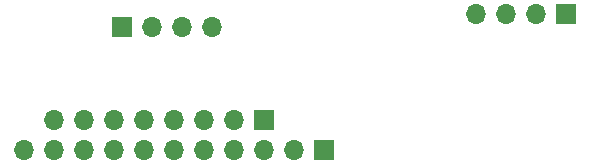
<source format=gts>
%TF.GenerationSoftware,KiCad,Pcbnew,8.0.7*%
%TF.CreationDate,2025-12-01T14:19:42-05:00*%
%TF.ProjectId,Reflectance_Adapter,5265666c-6563-4746-916e-63655f416461,rev?*%
%TF.SameCoordinates,Original*%
%TF.FileFunction,Soldermask,Top*%
%TF.FilePolarity,Negative*%
%FSLAX46Y46*%
G04 Gerber Fmt 4.6, Leading zero omitted, Abs format (unit mm)*
G04 Created by KiCad (PCBNEW 8.0.7) date 2025-12-01 14:19:42*
%MOMM*%
%LPD*%
G01*
G04 APERTURE LIST*
%ADD10R,1.700000X1.700000*%
%ADD11O,1.700000X1.700000*%
G04 APERTURE END LIST*
D10*
%TO.C,J1*%
X166700000Y-96000000D03*
D11*
X164160000Y-96000000D03*
X161620000Y-96000000D03*
X159080000Y-96000000D03*
%TD*%
D10*
%TO.C,J4*%
X129100000Y-97100000D03*
D11*
X131640000Y-97100000D03*
X134180000Y-97100000D03*
X136720000Y-97100000D03*
%TD*%
D10*
%TO.C,J2*%
X141154000Y-104959999D03*
D11*
X138614000Y-104959999D03*
X136074000Y-104959999D03*
X133534000Y-104959999D03*
X130994000Y-104959999D03*
X128454000Y-104959999D03*
X125914000Y-104959999D03*
X123374000Y-104959999D03*
%TD*%
D10*
%TO.C,J3*%
X146242262Y-107537642D03*
D11*
X143702262Y-107537642D03*
X141162262Y-107537642D03*
X138622262Y-107537642D03*
X136082262Y-107537642D03*
X133542262Y-107537642D03*
X131002262Y-107537642D03*
X128462262Y-107537642D03*
X125922262Y-107537642D03*
X123382262Y-107537642D03*
X120842262Y-107537642D03*
%TD*%
M02*

</source>
